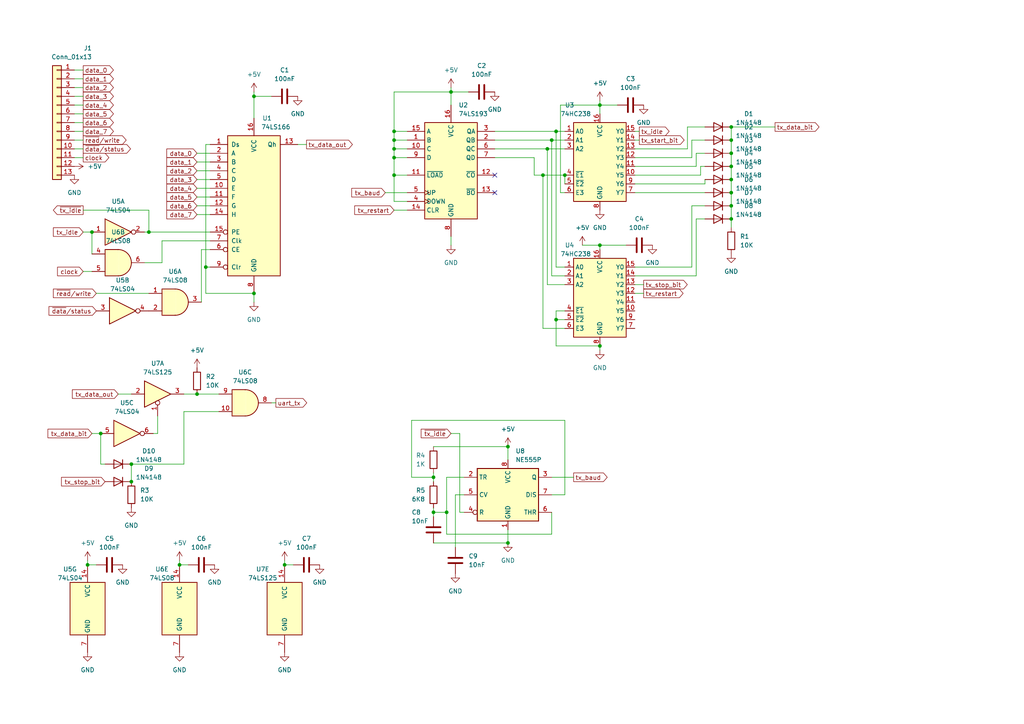
<source format=kicad_sch>
(kicad_sch (version 20230121) (generator eeschema)
  (paper "A4")
  (lib_symbols
    (symbol "74xx:74HC238"
      (property "Reference" "U" (at -7.62 13.97 0))
      (property "Value" "74HC238" (at 2.54 -11.43 0))
      (symbol "74HC238_0_1"
        (rectangle (start -7.62 12.7) (end 7.62 -10.16) (stroke (width 0.254)) (fill (type background)))
      )
      (symbol "74HC238_1_1"
        (pin input line (at -10.16 10.16 0) (length 2.54) (name "A0") (number "1"))
        (pin output line (at 10.16 -2.54 180) (length 2.54) (name "Y5") (number "10"))
        (pin output line (at 10.16 0 180) (length 2.54) (name "Y4") (number "11"))
        (pin output line (at 10.16 2.54 180) (length 2.54) (name "Y3") (number "12"))
        (pin output line (at 10.16 5.08 180) (length 2.54) (name "Y2") (number "13"))
        (pin output line (at 10.16 7.62 180) (length 2.54) (name "Y1") (number "14"))
        (pin output line (at 10.16 10.16 180) (length 2.54) (name "Y0") (number "15"))
        (pin power_in line (at 0 15.24 270) (length 2.54) (name "VCC") (number "16"))
        (pin input line (at -10.16 7.62 0) (length 2.54) (name "A1") (number "2"))
        (pin input line (at -10.16 5.08 0) (length 2.54) (name "A2") (number "3"))
        (pin input line (at -10.16 -2.54 0) (length 2.54) (name "~{E1}") (number "4"))
        (pin input line (at -10.16 -5.08 0) (length 2.54) (name "~{E2}") (number "5"))
        (pin input line (at -10.16 -7.62 0) (length 2.54) (name "E3") (number "6"))
        (pin output line (at 10.16 -7.62 180) (length 2.54) (name "Y7") (number "7"))
        (pin power_in line (at 0 -12.7 90) (length 2.54) (name "GND") (number "8"))
        (pin output line (at 10.16 -5.08 180) (length 2.54) (name "Y6") (number "9"))
      )
    )
    (symbol "74xx:74LS04"
      (property "Reference" "U" (at 0 1.27 0))
      (property "Value" "74LS04" (at 0 -1.27 0))
      (symbol "74LS04_1_0"
        (polyline (pts (xy -3.81 3.81) (xy -3.81 -3.81) (xy 3.81 0) (xy -3.81 3.81)) (stroke (width 0.254)) (fill (type background)))
        (pin input line (at -7.62 0 0) (length 3.81) (name "~") (number "1"))
        (pin output inverted (at 7.62 0 180) (length 3.81) (name "~") (number "2"))
      )
      (symbol "74LS04_2_0"
        (polyline (pts (xy -3.81 3.81) (xy -3.81 -3.81) (xy 3.81 0) (xy -3.81 3.81)) (stroke (width 0.254)) (fill (type background)))
        (pin input line (at -7.62 0 0) (length 3.81) (name "~") (number "3"))
        (pin output inverted (at 7.62 0 180) (length 3.81) (name "~") (number "4"))
      )
      (symbol "74LS04_3_0"
        (polyline (pts (xy -3.81 3.81) (xy -3.81 -3.81) (xy 3.81 0) (xy -3.81 3.81)) (stroke (width 0.254)) (fill (type background)))
        (pin input line (at -7.62 0 0) (length 3.81) (name "~") (number "5"))
        (pin output inverted (at 7.62 0 180) (length 3.81) (name "~") (number "6"))
      )
      (symbol "74LS04_4_0"
        (polyline (pts (xy -3.81 3.81) (xy -3.81 -3.81) (xy 3.81 0) (xy -3.81 3.81)) (stroke (width 0.254)) (fill (type background)))
        (pin output inverted (at 7.62 0 180) (length 3.81) (name "~") (number "8"))
        (pin input line (at -7.62 0 0) (length 3.81) (name "~") (number "9"))
      )
      (symbol "74LS04_5_0"
        (polyline (pts (xy -3.81 3.81) (xy -3.81 -3.81) (xy 3.81 0) (xy -3.81 3.81)) (stroke (width 0.254)) (fill (type background)))
        (pin output inverted (at 7.62 0 180) (length 3.81) (name "~") (number "10"))
        (pin input line (at -7.62 0 0) (length 3.81) (name "~") (number "11"))
      )
      (symbol "74LS04_6_0"
        (polyline (pts (xy -3.81 3.81) (xy -3.81 -3.81) (xy 3.81 0) (xy -3.81 3.81)) (stroke (width 0.254)) (fill (type background)))
        (pin output inverted (at 7.62 0 180) (length 3.81) (name "~") (number "12"))
        (pin input line (at -7.62 0 0) (length 3.81) (name "~") (number "13"))
      )
      (symbol "74LS04_7_0"
        (pin power_in line (at 0 12.7 270) (length 5.08) (name "VCC") (number "14"))
        (pin power_in line (at 0 -12.7 90) (length 5.08) (name "GND") (number "7"))
      )
      (symbol "74LS04_7_1"
        (rectangle (start -5.08 7.62) (end 5.08 -7.62) (stroke (width 0.254)) (fill (type background)))
      )
    )
    (symbol "74xx:74LS08" (pin_names (offset 1.016))
      (property "Reference" "U" (at 0 1.27 0))
      (property "Value" "74LS08" (at 0 -1.27 0))
      (symbol "74LS08_1_1"
        (arc (start 0 -3.81) (mid 3.7934 0) (end 0 3.81) (stroke (width 0.254)) (fill (type background)))
        (polyline (pts (xy 0 3.81) (xy -3.81 3.81) (xy -3.81 -3.81) (xy 0 -3.81)) (stroke (width 0.254)) (fill (type background)))
        (pin input line (at -7.62 2.54 0) (length 3.81) (name "~") (number "1"))
        (pin input line (at -7.62 -2.54 0) (length 3.81) (name "~") (number "2"))
        (pin output line (at 7.62 0 180) (length 3.81) (name "~") (number "3"))
      )
      (symbol "74LS08_1_2"
        (arc (start -3.81 -3.81) (mid -2.589 0) (end -3.81 3.81) (stroke (width 0.254)))
        (arc (start -0.6096 -3.81) (mid 2.1842 -2.5851) (end 3.81 0) (stroke (width 0.254)) (fill (type background)))
        (polyline (pts (xy -3.81 -3.81) (xy -0.635 -3.81)) (stroke (width 0.254)) (fill (type background)))
        (polyline (pts (xy -3.81 3.81) (xy -0.635 3.81)) (stroke (width 0.254)) (fill (type background)))
        (polyline (pts (xy -0.635 3.81) (xy -3.81 3.81) (xy -3.81 3.81) (xy -3.556 3.4036) (xy -3.0226 2.2606) (xy -2.6924 1.0414) (xy -2.6162 -0.254) (xy -2.7686 -1.4986) (xy -3.175 -2.7178) (xy -3.81 -3.81) (xy -3.81 -3.81) (xy -0.635 -3.81)) (stroke (width -25.4)) (fill (type background)))
        (arc (start 3.81 0) (mid 2.1915 2.5936) (end -0.6096 3.81) (stroke (width 0.254)) (fill (type background)))
        (pin input inverted (at -7.62 2.54 0) (length 4.318) (name "~") (number "1"))
        (pin input inverted (at -7.62 -2.54 0) (length 4.318) (name "~") (number "2"))
        (pin output inverted (at 7.62 0 180) (length 3.81) (name "~") (number "3"))
      )
      (symbol "74LS08_2_1"
        (arc (start 0 -3.81) (mid 3.7934 0) (end 0 3.81) (stroke (width 0.254)) (fill (type background)))
        (polyline (pts (xy 0 3.81) (xy -3.81 3.81) (xy -3.81 -3.81) (xy 0 -3.81)) (stroke (width 0.254)) (fill (type background)))
        (pin input line (at -7.62 2.54 0) (length 3.81) (name "~") (number "4"))
        (pin input line (at -7.62 -2.54 0) (length 3.81) (name "~") (number "5"))
        (pin output line (at 7.62 0 180) (length 3.81) (name "~") (number "6"))
      )
      (symbol "74LS08_2_2"
        (arc (start -3.81 -3.81) (mid -2.589 0) (end -3.81 3.81) (stroke (width 0.254)))
        (arc (start -0.6096 -3.81) (mid 2.1842 -2.5851) (end 3.81 0) (stroke (width 0.254)) (fill (type background)))
        (polyline (pts (xy -3.81 -3.81) (xy -0.635 -3.81)) (stroke (width 0.254)) (fill (type background)))
        (polyline (pts (xy -3.81 3.81) (xy -0.635 3.81)) (stroke (width 0.254)) (fill (type background)))
        (polyline (pts (xy -0.635 3.81) (xy -3.81 3.81) (xy -3.81 3.81) (xy -3.556 3.4036) (xy -3.0226 2.2606) (xy -2.6924 1.0414) (xy -2.6162 -0.254) (xy -2.7686 -1.4986) (xy -3.175 -2.7178) (xy -3.81 -3.81) (xy -3.81 -3.81) (xy -0.635 -3.81)) (stroke (width -25.4)) (fill (type background)))
        (arc (start 3.81 0) (mid 2.1915 2.5936) (end -0.6096 3.81) (stroke (width 0.254)) (fill (type background)))
        (pin input inverted (at -7.62 2.54 0) (length 4.318) (name "~") (number "4"))
        (pin input inverted (at -7.62 -2.54 0) (length 4.318) (name "~") (number "5"))
        (pin output inverted (at 7.62 0 180) (length 3.81) (name "~") (number "6"))
      )
      (symbol "74LS08_3_1"
        (arc (start 0 -3.81) (mid 3.7934 0) (end 0 3.81) (stroke (width 0.254)) (fill (type background)))
        (polyline (pts (xy 0 3.81) (xy -3.81 3.81) (xy -3.81 -3.81) (xy 0 -3.81)) (stroke (width 0.254)) (fill (type background)))
        (pin input line (at -7.62 -2.54 0) (length 3.81) (name "~") (number "10"))
        (pin output line (at 7.62 0 180) (length 3.81) (name "~") (number "8"))
        (pin input line (at -7.62 2.54 0) (length 3.81) (name "~") (number "9"))
      )
      (symbol "74LS08_3_2"
        (arc (start -3.81 -3.81) (mid -2.589 0) (end -3.81 3.81) (stroke (width 0.254)))
        (arc (start -0.6096 -3.81) (mid 2.1842 -2.5851) (end 3.81 0) (stroke (width 0.254)) (fill (type background)))
        (polyline (pts (xy -3.81 -3.81) (xy -0.635 -3.81)) (stroke (width 0.254)) (fill (type background)))
        (polyline (pts (xy -3.81 3.81) (xy -0.635 3.81)) (stroke (width 0.254)) (fill (type background)))
        (polyline (pts (xy -0.635 3.81) (xy -3.81 3.81) (xy -3.81 3.81) (xy -3.556 3.4036) (xy -3.0226 2.2606) (xy -2.6924 1.0414) (xy -2.6162 -0.254) (xy -2.7686 -1.4986) (xy -3.175 -2.7178) (xy -3.81 -3.81) (xy -3.81 -3.81) (xy -0.635 -3.81)) (stroke (width -25.4)) (fill (type background)))
        (arc (start 3.81 0) (mid 2.1915 2.5936) (end -0.6096 3.81) (stroke (width 0.254)) (fill (type background)))
        (pin input inverted (at -7.62 -2.54 0) (length 4.318) (name "~") (number "10"))
        (pin output inverted (at 7.62 0 180) (length 3.81) (name "~") (number "8"))
        (pin input inverted (at -7.62 2.54 0) (length 4.318) (name "~") (number "9"))
      )
      (symbol "74LS08_4_1"
        (arc (start 0 -3.81) (mid 3.7934 0) (end 0 3.81) (stroke (width 0.254)) (fill (type background)))
        (polyline (pts (xy 0 3.81) (xy -3.81 3.81) (xy -3.81 -3.81) (xy 0 -3.81)) (stroke (width 0.254)) (fill (type background)))
        (pin output line (at 7.62 0 180) (length 3.81) (name "~") (number "11"))
        (pin input line (at -7.62 2.54 0) (length 3.81) (name "~") (number "12"))
        (pin input line (at -7.62 -2.54 0) (length 3.81) (name "~") (number "13"))
      )
      (symbol "74LS08_4_2"
        (arc (start -3.81 -3.81) (mid -2.589 0) (end -3.81 3.81) (stroke (width 0.254)))
        (arc (start -0.6096 -3.81) (mid 2.1842 -2.5851) (end 3.81 0) (stroke (width 0.254)) (fill (type background)))
        (polyline (pts (xy -3.81 -3.81) (xy -0.635 -3.81)) (stroke (width 0.254)) (fill (type background)))
        (polyline (pts (xy -3.81 3.81) (xy -0.635 3.81)) (stroke (width 0.254)) (fill (type background)))
        (polyline (pts (xy -0.635 3.81) (xy -3.81 3.81) (xy -3.81 3.81) (xy -3.556 3.4036) (xy -3.0226 2.2606) (xy -2.6924 1.0414) (xy -2.6162 -0.254) (xy -2.7686 -1.4986) (xy -3.175 -2.7178) (xy -3.81 -3.81) (xy -3.81 -3.81) (xy -0.635 -3.81)) (stroke (width -25.4)) (fill (type background)))
        (arc (start 3.81 0) (mid 2.1915 2.5936) (end -0.6096 3.81) (stroke (width 0.254)) (fill (type background)))
        (pin output inverted (at 7.62 0 180) (length 3.81) (name "~") (number "11"))
        (pin input inverted (at -7.62 2.54 0) (length 4.318) (name "~") (number "12"))
        (pin input inverted (at -7.62 -2.54 0) (length 4.318) (name "~") (number "13"))
      )
      (symbol "74LS08_5_0"
        (pin power_in line (at 0 12.7 270) (length 5.08) (name "VCC") (number "14"))
        (pin power_in line (at 0 -12.7 90) (length 5.08) (name "GND") (number "7"))
      )
      (symbol "74LS08_5_1"
        (rectangle (start -5.08 7.62) (end 5.08 -7.62) (stroke (width 0.254)) (fill (type background)))
      )
    )
    (symbol "74xx:74LS125" (pin_names (offset 1.016))
      (property "Reference" "U" (at 0 1.27 0))
      (property "Value" "74LS125" (at 0 -1.27 0))
      (symbol "74LS125_1_0"
        (polyline (pts (xy -3.81 3.81) (xy -3.81 -3.81) (xy 3.81 0) (xy -3.81 3.81)) (stroke (width 0.254)) (fill (type background)))
        (pin input inverted (at 0 -6.35 90) (length 4.445) (name "~") (number "1"))
        (pin input line (at -7.62 0 0) (length 3.81) (name "~") (number "2"))
        (pin tri_state line (at 7.62 0 180) (length 3.81) (name "~") (number "3"))
      )
      (symbol "74LS125_2_0"
        (polyline (pts (xy -3.81 3.81) (xy -3.81 -3.81) (xy 3.81 0) (xy -3.81 3.81)) (stroke (width 0.254)) (fill (type background)))
        (pin input inverted (at 0 -6.35 90) (length 4.445) (name "~") (number "4"))
        (pin input line (at -7.62 0 0) (length 3.81) (name "~") (number "5"))
        (pin tri_state line (at 7.62 0 180) (length 3.81) (name "~") (number "6"))
      )
      (symbol "74LS125_3_0"
        (polyline (pts (xy -3.81 3.81) (xy -3.81 -3.81) (xy 3.81 0) (xy -3.81 3.81)) (stroke (width 0.254)) (fill (type background)))
        (pin input inverted (at 0 -6.35 90) (length 4.445) (name "~") (number "10"))
        (pin tri_state line (at 7.62 0 180) (length 3.81) (name "~") (number "8"))
        (pin input line (at -7.62 0 0) (length 3.81) (name "~") (number "9"))
      )
      (symbol "74LS125_4_0"
        (polyline (pts (xy -3.81 3.81) (xy -3.81 -3.81) (xy 3.81 0) (xy -3.81 3.81)) (stroke (width 0.254)) (fill (type background)))
        (pin tri_state line (at 7.62 0 180) (length 3.81) (name "~") (number "11"))
        (pin input line (at -7.62 0 0) (length 3.81) (name "~") (number "12"))
        (pin input inverted (at 0 -6.35 90) (length 4.445) (name "~") (number "13"))
      )
      (symbol "74LS125_5_0"
        (pin power_in line (at 0 12.7 270) (length 5.08) (name "VCC") (number "14"))
        (pin power_in line (at 0 -12.7 90) (length 5.08) (name "GND") (number "7"))
      )
      (symbol "74LS125_5_1"
        (rectangle (start -5.08 7.62) (end 5.08 -7.62) (stroke (width 0.254)) (fill (type background)))
      )
    )
    (symbol "74xx:74LS166" (pin_names (offset 1.016))
      (property "Reference" "U" (at -7.62 21.59 0))
      (property "Value" "74LS166" (at -7.62 -21.59 0))
      (symbol "74LS166_1_0"
        (pin input line (at -12.7 17.78 0) (length 5.08) (name "Ds") (number "1"))
        (pin input line (at -12.7 5.08 0) (length 5.08) (name "E") (number "10"))
        (pin input line (at -12.7 2.54 0) (length 5.08) (name "F") (number "11"))
        (pin input line (at -12.7 0 0) (length 5.08) (name "G") (number "12"))
        (pin output line (at 12.7 17.78 180) (length 5.08) (name "Qh") (number "13"))
        (pin input line (at -12.7 -2.54 0) (length 5.08) (name "H") (number "14"))
        (pin input inverted (at -12.7 -7.62 0) (length 5.08) (name "PE") (number "15"))
        (pin power_in line (at 0 25.4 270) (length 5.08) (name "VCC") (number "16"))
        (pin input line (at -12.7 15.24 0) (length 5.08) (name "A") (number "2"))
        (pin input line (at -12.7 12.7 0) (length 5.08) (name "B") (number "3"))
        (pin input line (at -12.7 10.16 0) (length 5.08) (name "C") (number "4"))
        (pin input line (at -12.7 7.62 0) (length 5.08) (name "D") (number "5"))
        (pin input inverted (at -12.7 -12.7 0) (length 5.08) (name "CE") (number "6"))
        (pin input line (at -12.7 -10.16 0) (length 5.08) (name "Clk") (number "7"))
        (pin power_in line (at 0 -25.4 90) (length 5.08) (name "GND") (number "8"))
        (pin input inverted (at -12.7 -17.78 0) (length 5.08) (name "Clr") (number "9"))
      )
      (symbol "74LS166_1_1"
        (rectangle (start -7.62 20.32) (end 7.62 -20.32) (stroke (width 0.254)) (fill (type background)))
      )
    )
    (symbol "74xx:74LS193"
      (property "Reference" "U" (at -7.62 13.97 0))
      (property "Value" "74LS193" (at 5.08 13.97 0))
      (symbol "74LS193_1_0"
        (pin input line (at -12.7 7.62 0) (length 5.08) (name "B") (number "1"))
        (pin input line (at -12.7 5.08 0) (length 5.08) (name "C") (number "10"))
        (pin input line (at -12.7 -2.54 0) (length 5.08) (name "~{LOAD}") (number "11"))
        (pin output line (at 12.7 -2.54 180) (length 5.08) (name "~{CO}") (number "12"))
        (pin output line (at 12.7 -7.62 180) (length 5.08) (name "~{BO}") (number "13"))
        (pin input line (at -12.7 -12.7 0) (length 5.08) (name "CLR") (number "14"))
        (pin input line (at -12.7 10.16 0) (length 5.08) (name "A") (number "15"))
        (pin power_in line (at 0 17.78 270) (length 5.08) (name "VCC") (number "16"))
        (pin output line (at 12.7 7.62 180) (length 5.08) (name "QB") (number "2"))
        (pin output line (at 12.7 10.16 180) (length 5.08) (name "QA") (number "3"))
        (pin input clock (at -12.7 -10.16 0) (length 5.08) (name "DOWN") (number "4"))
        (pin input clock (at -12.7 -7.62 0) (length 5.08) (name "UP") (number "5"))
        (pin output line (at 12.7 5.08 180) (length 5.08) (name "QC") (number "6"))
        (pin output line (at 12.7 2.54 180) (length 5.08) (name "QD") (number "7"))
        (pin power_in line (at 0 -20.32 90) (length 5.08) (name "GND") (number "8"))
        (pin input line (at -12.7 2.54 0) (length 5.08) (name "D") (number "9"))
      )
      (symbol "74LS193_1_1"
        (rectangle (start -7.62 12.7) (end 7.62 -15.24) (stroke (width 0.254)) (fill (type background)))
      )
    )
    (symbol "Connector_Generic:Conn_01x13" (pin_names (offset 1.016) hide)
      (property "Reference" "J" (at 0 17.78 0))
      (property "Value" "Conn_01x13" (at 0 -17.78 0))
      (symbol "Conn_01x13_1_1"
        (rectangle (start -1.27 -15.113) (end 0 -15.367) (stroke (width 0.1524)))
        (rectangle (start -1.27 -12.573) (end 0 -12.827) (stroke (width 0.1524)))
        (rectangle (start -1.27 -10.033) (end 0 -10.287) (stroke (width 0.1524)))
        (rectangle (start -1.27 -7.493) (end 0 -7.747) (stroke (width 0.1524)))
        (rectangle (start -1.27 -4.953) (end 0 -5.207) (stroke (width 0.1524)))
        (rectangle (start -1.27 -2.413) (end 0 -2.667) (stroke (width 0.1524)))
        (rectangle (start -1.27 0.127) (end 0 -0.127) (stroke (width 0.1524)))
        (rectangle (start -1.27 2.667) (end 0 2.413) (stroke (width 0.1524)))
        (rectangle (start -1.27 5.207) (end 0 4.953) (stroke (width 0.1524)))
        (rectangle (start -1.27 7.747) (end 0 7.493) (stroke (width 0.1524)))
        (rectangle (start -1.27 10.287) (end 0 10.033) (stroke (width 0.1524)))
        (rectangle (start -1.27 12.827) (end 0 12.573) (stroke (width 0.1524)))
        (rectangle (start -1.27 15.367) (end 0 15.113) (stroke (width 0.1524)))
        (rectangle (start -1.27 16.51) (end 1.27 -16.51) (stroke (width 0.254)) (fill (type background)))
        (pin passive line (at -5.08 15.24 0) (length 3.81) (name "Pin_1") (number "1"))
        (pin passive line (at -5.08 -7.62 0) (length 3.81) (name "Pin_10") (number "10"))
        (pin passive line (at -5.08 -10.16 0) (length 3.81) (name "Pin_11") (number "11"))
        (pin passive line (at -5.08 -12.7 0) (length 3.81) (name "Pin_12") (number "12"))
        (pin passive line (at -5.08 -15.24 0) (length 3.81) (name "Pin_13") (number "13"))
        (pin passive line (at -5.08 12.7 0) (length 3.81) (name "Pin_2") (number "2"))
        (pin passive line (at -5.08 10.16 0) (length 3.81) (name "Pin_3") (number "3"))
        (pin passive line (at -5.08 7.62 0) (length 3.81) (name "Pin_4") (number "4"))
        (pin passive line (at -5.08 5.08 0) (length 3.81) (name "Pin_5") (number "5"))
        (pin passive line (at -5.08 2.54 0) (length 3.81) (name "Pin_6") (number "6"))
        (pin passive line (at -5.08 0 0) (length 3.81) (name "Pin_7") (number "7"))
        (pin passive line (at -5.08 -2.54 0) (length 3.81) (name "Pin_8") (number "8"))
        (pin passive line (at -5.08 -5.08 0) (length 3.81) (name "Pin_9") (number "9"))
      )
    )
    (symbol "Device:C" (pin_numbers hide) (pin_names (offset 0.254))
      (property "Reference" "C" (at 0.635 2.54 0))
      (property "Value" "C" (at 0.635 -2.54 0))
      (symbol "C_0_1"
        (polyline (pts (xy -2.032 -0.762) (xy 2.032 -0.762)) (stroke (width 0.508)))
        (polyline (pts (xy -2.032 0.762) (xy 2.032 0.762)) (stroke (width 0.508)))
      )
      (symbol "C_1_1"
        (pin passive line (at 0 3.81 270) (length 2.794) (name "~") (number "1"))
        (pin passive line (at 0 -3.81 90) (length 2.794) (name "~") (number "2"))
      )
    )
    (symbol "Device:R" (pin_numbers hide) (pin_names (offset 0))
      (property "Reference" "R" (at 2.032 0 90))
      (property "Value" "R" (at 0 0 90))
      (symbol "R_0_1"
        (rectangle (start -1.016 -2.54) (end 1.016 2.54) (stroke (width 0.254)))
      )
      (symbol "R_1_1"
        (pin passive line (at 0 3.81 270) (length 1.27) (name "~") (number "1"))
        (pin passive line (at 0 -3.81 90) (length 1.27) (name "~") (number "2"))
      )
    )
    (symbol "Diode:1N4148" (pin_numbers hide) (pin_names hide)
      (property "Reference" "D" (at 0 2.54 0))
      (property "Value" "1N4148" (at 0 -2.54 0))
      (symbol "1N4148_0_1"
        (polyline (pts (xy -1.27 1.27) (xy -1.27 -1.27)) (stroke (width 0.254)))
        (polyline (pts (xy 1.27 0) (xy -1.27 0)))
        (polyline (pts (xy 1.27 1.27) (xy 1.27 -1.27) (xy -1.27 0) (xy 1.27 1.27)) (stroke (width 0.254)))
      )
      (symbol "1N4148_1_1"
        (pin passive line (at -3.81 0 0) (length 2.54) (name "K") (number "1"))
        (pin passive line (at 3.81 0 180) (length 2.54) (name "A") (number "2"))
      )
    )
    (symbol "Timer:NE555P"
      (property "Reference" "U" (at -10.16 8.89 0))
      (property "Value" "NE555P" (at 2.54 8.89 0))
      (symbol "NE555P_0_0"
        (pin power_in line (at 0 -10.16 90) (length 2.54) (name "GND") (number "1"))
        (pin power_in line (at 0 10.16 270) (length 2.54) (name "VCC") (number "8"))
      )
      (symbol "NE555P_0_1"
        (rectangle (start -8.89 -7.62) (end 8.89 7.62) (stroke (width 0.254)) (fill (type background)))
        (rectangle (start -8.89 -7.62) (end 8.89 7.62) (stroke (width 0.254)) (fill (type background)))
      )
      (symbol "NE555P_1_1"
        (pin input line (at -12.7 5.08 0) (length 3.81) (name "TR") (number "2"))
        (pin output line (at 12.7 5.08 180) (length 3.81) (name "Q") (number "3"))
        (pin input inverted (at -12.7 -5.08 0) (length 3.81) (name "R") (number "4"))
        (pin input line (at -12.7 0 0) (length 3.81) (name "CV") (number "5"))
        (pin input line (at 12.7 -5.08 180) (length 3.81) (name "THR") (number "6"))
        (pin input line (at 12.7 0 180) (length 3.81) (name "DIS") (number "7"))
      )
    )
    (symbol "power:+5V" (power) (pin_names (offset 0))
      (property "Value" "+5V" (at 0 3.556 0))
      (symbol "+5V_0_1"
        (polyline (pts (xy -0.762 1.27) (xy 0 2.54)))
        (polyline (pts (xy 0 0) (xy 0 2.54)))
        (polyline (pts (xy 0 2.54) (xy 0.762 1.27)))
      )
      (symbol "+5V_1_1"
        (pin power_in line (at 0 0 90) (length 0) hide (name "+5V") (number "1"))
      )
    )
    (symbol "power:GND" (power) (pin_names (offset 0))
      (property "Value" "GND" (at 0 -3.81 0))
      (symbol "GND_0_1"
        (polyline (pts (xy 0 0) (xy 0 -1.27) (xy 1.27 -1.27) (xy 0 -2.54) (xy -1.27 -1.27) (xy 0 -1.27)))
      )
      (symbol "GND_1_1"
        (pin power_in line (at 0 0 270) (length 0) hide (name "GND") (number "1"))
      )
    )
  )
  (junction (at 163.83 50.8))
  (junction (at 212.09 55.88))
  (junction (at 212.09 36.83))
  (junction (at 52.07 163.83))
  (junction (at 212.09 40.64))
  (junction (at 147.32 157.48))
  (junction (at 38.1 134.62))
  (junction (at 212.09 52.07))
  (junction (at 173.99 71.12))
  (junction (at 160.02 40.64))
  (junction (at 158.75 43.18))
  (junction (at 212.09 59.69))
  (junction (at 212.09 44.45))
  (junction (at 212.09 48.26))
  (junction (at 173.99 30.48))
  (junction (at 43.18 67.31))
  (junction (at 73.66 27.94))
  (junction (at 114.3 40.64))
  (junction (at 114.3 43.18))
  (junction (at 147.32 129.54))
  (junction (at 26.67 67.31))
  (junction (at 25.4 163.83))
  (junction (at 59.69 77.47))
  (junction (at 161.29 92.71))
  (junction (at 114.3 50.8))
  (junction (at 130.81 26.67))
  (junction (at 29.21 125.73))
  (junction (at 38.1 139.7))
  (junction (at 82.55 163.83))
  (junction (at 161.29 38.1))
  (junction (at 125.73 138.43))
  (junction (at 114.3 45.72))
  (junction (at 157.48 50.8))
  (junction (at 173.99 100.33))
  (junction (at 129.54 148.59))
  (junction (at 73.66 85.09))
  (junction (at 125.73 148.59))
  (junction (at 114.3 38.1))
  (junction (at 57.15 114.3))
  (junction (at 212.09 63.5))
  (no_connect (at 143.51 50.8))
  (no_connect (at 143.51 55.88))
  (wire (pts (xy 114.3 45.72) (xy 118.11 45.72)))
  (wire (pts (xy 59.69 77.47) (xy 60.96 77.47)))
  (wire (pts (xy 24.13 60.96) (xy 43.18 60.96)))
  (wire (pts (xy 160.02 40.64) (xy 160.02 80.01)))
  (wire (pts (xy 53.34 114.3) (xy 57.15 114.3)))
  (wire (pts (xy 114.3 50.8) (xy 118.11 50.8)))
  (wire (pts (xy 114.3 26.67) (xy 130.81 26.67)))
  (wire (pts (xy 21.59 30.48) (xy 24.13 30.48)))
  (wire (pts (xy 21.59 35.56) (xy 24.13 35.56)))
  (wire (pts (xy 118.11 58.42) (xy 114.3 58.42)))
  (wire (pts (xy 199.39 43.18) (xy 199.39 36.83)))
  (wire (pts (xy 147.32 157.48) (xy 147.32 153.67)))
  (wire (pts (xy 26.67 67.31) (xy 26.67 73.66)))
  (wire (pts (xy 30.48 134.62) (xy 29.21 134.62)))
  (wire (pts (xy 59.69 41.91) (xy 59.69 77.47)))
  (wire (pts (xy 125.73 138.43) (xy 125.73 139.7)))
  (wire (pts (xy 184.15 80.01) (xy 201.93 80.01)))
  (wire (pts (xy 27.94 85.09) (xy 43.18 85.09)))
  (wire (pts (xy 132.08 143.51) (xy 134.62 143.51)))
  (wire (pts (xy 125.73 147.32) (xy 125.73 148.59)))
  (wire (pts (xy 163.83 55.88) (xy 162.56 55.88)))
  (wire (pts (xy 29.21 125.73) (xy 29.21 134.62)))
  (wire (pts (xy 53.34 134.62) (xy 38.1 134.62)))
  (wire (pts (xy 57.15 46.99) (xy 60.96 46.99)))
  (wire (pts (xy 163.83 121.92) (xy 119.38 121.92)))
  (wire (pts (xy 161.29 92.71) (xy 161.29 100.33)))
  (wire (pts (xy 57.15 44.45) (xy 60.96 44.45)))
  (wire (pts (xy 184.15 85.09) (xy 186.69 85.09)))
  (wire (pts (xy 114.3 38.1) (xy 118.11 38.1)))
  (wire (pts (xy 158.75 43.18) (xy 163.83 43.18)))
  (wire (pts (xy 43.18 67.31) (xy 60.96 67.31)))
  (wire (pts (xy 41.91 67.31) (xy 43.18 67.31)))
  (wire (pts (xy 201.93 48.26) (xy 201.93 44.45)))
  (wire (pts (xy 129.54 148.59) (xy 125.73 148.59)))
  (wire (pts (xy 21.59 38.1) (xy 24.13 38.1)))
  (wire (pts (xy 184.15 77.47) (xy 200.66 77.47)))
  (wire (pts (xy 21.59 45.72) (xy 24.13 45.72)))
  (wire (pts (xy 129.54 138.43) (xy 129.54 148.59)))
  (wire (pts (xy 86.36 41.91) (xy 88.9 41.91)))
  (wire (pts (xy 173.99 30.48) (xy 173.99 33.02)))
  (wire (pts (xy 25.4 162.56) (xy 25.4 163.83)))
  (wire (pts (xy 212.09 44.45) (xy 212.09 48.26)))
  (wire (pts (xy 24.13 67.31) (xy 26.67 67.31)))
  (wire (pts (xy 161.29 38.1) (xy 161.29 77.47)))
  (wire (pts (xy 60.96 41.91) (xy 59.69 41.91)))
  (wire (pts (xy 163.83 50.8) (xy 163.83 53.34)))
  (wire (pts (xy 143.51 43.18) (xy 158.75 43.18)))
  (wire (pts (xy 184.15 55.88) (xy 204.47 55.88)))
  (wire (pts (xy 184.15 48.26) (xy 201.93 48.26)))
  (wire (pts (xy 184.15 53.34) (xy 204.47 53.34)))
  (wire (pts (xy 134.62 138.43) (xy 129.54 138.43)))
  (wire (pts (xy 80.01 116.84) (xy 78.74 116.84)))
  (wire (pts (xy 25.4 163.83) (xy 27.94 163.83)))
  (wire (pts (xy 34.29 114.3) (xy 38.1 114.3)))
  (wire (pts (xy 73.66 87.63) (xy 73.66 85.09)))
  (wire (pts (xy 133.35 148.59) (xy 133.35 125.73)))
  (wire (pts (xy 46.99 69.85) (xy 46.99 76.2)))
  (wire (pts (xy 130.81 26.67) (xy 135.89 26.67)))
  (wire (pts (xy 132.08 158.75) (xy 132.08 143.51)))
  (wire (pts (xy 57.15 57.15) (xy 60.96 57.15)))
  (wire (pts (xy 163.83 77.47) (xy 161.29 77.47)))
  (wire (pts (xy 21.59 20.32) (xy 24.13 20.32)))
  (wire (pts (xy 57.15 52.07) (xy 60.96 52.07)))
  (wire (pts (xy 125.73 137.16) (xy 125.73 138.43)))
  (wire (pts (xy 179.07 30.48) (xy 173.99 30.48)))
  (wire (pts (xy 53.34 119.38) (xy 53.34 134.62)))
  (wire (pts (xy 203.2 50.8) (xy 203.2 48.26)))
  (wire (pts (xy 73.66 26.67) (xy 73.66 27.94)))
  (wire (pts (xy 162.56 55.88) (xy 162.56 30.48)))
  (wire (pts (xy 212.09 40.64) (xy 212.09 44.45)))
  (wire (pts (xy 21.59 22.86) (xy 24.13 22.86)))
  (wire (pts (xy 200.66 40.64) (xy 204.47 40.64)))
  (wire (pts (xy 114.3 43.18) (xy 118.11 43.18)))
  (wire (pts (xy 21.59 40.64) (xy 24.13 40.64)))
  (wire (pts (xy 44.45 125.73) (xy 45.72 125.73)))
  (wire (pts (xy 154.94 45.72) (xy 154.94 50.8)))
  (wire (pts (xy 161.29 38.1) (xy 163.83 38.1)))
  (wire (pts (xy 184.15 43.18) (xy 199.39 43.18)))
  (wire (pts (xy 160.02 143.51) (xy 163.83 143.51)))
  (wire (pts (xy 160.02 154.94) (xy 129.54 154.94)))
  (wire (pts (xy 199.39 36.83) (xy 204.47 36.83)))
  (wire (pts (xy 46.99 76.2) (xy 41.91 76.2)))
  (wire (pts (xy 163.83 82.55) (xy 158.75 82.55)))
  (wire (pts (xy 125.73 129.54) (xy 147.32 129.54)))
  (wire (pts (xy 73.66 27.94) (xy 73.66 34.29)))
  (wire (pts (xy 130.81 71.12) (xy 130.81 68.58)))
  (wire (pts (xy 133.35 125.73) (xy 130.81 125.73)))
  (wire (pts (xy 160.02 148.59) (xy 160.02 154.94)))
  (wire (pts (xy 114.3 40.64) (xy 114.3 38.1)))
  (wire (pts (xy 184.15 45.72) (xy 200.66 45.72)))
  (wire (pts (xy 162.56 30.48) (xy 173.99 30.48)))
  (wire (pts (xy 114.3 38.1) (xy 114.3 26.67)))
  (wire (pts (xy 26.67 125.73) (xy 29.21 125.73)))
  (wire (pts (xy 161.29 92.71) (xy 163.83 92.71)))
  (wire (pts (xy 201.93 63.5) (xy 204.47 63.5)))
  (wire (pts (xy 60.96 72.39) (xy 58.42 72.39)))
  (wire (pts (xy 173.99 71.12) (xy 173.99 72.39)))
  (wire (pts (xy 82.55 162.56) (xy 82.55 163.83)))
  (wire (pts (xy 143.51 38.1) (xy 161.29 38.1)))
  (wire (pts (xy 119.38 121.92) (xy 119.38 138.43)))
  (wire (pts (xy 143.51 45.72) (xy 154.94 45.72)))
  (wire (pts (xy 38.1 134.62) (xy 38.1 139.7)))
  (wire (pts (xy 43.18 60.96) (xy 43.18 67.31)))
  (wire (pts (xy 161.29 90.17) (xy 163.83 90.17)))
  (wire (pts (xy 57.15 54.61) (xy 60.96 54.61)))
  (wire (pts (xy 60.96 69.85) (xy 46.99 69.85)))
  (wire (pts (xy 57.15 59.69) (xy 60.96 59.69)))
  (wire (pts (xy 114.3 50.8) (xy 114.3 45.72)))
  (wire (pts (xy 45.72 125.73) (xy 45.72 120.65)))
  (wire (pts (xy 130.81 26.67) (xy 130.81 30.48)))
  (wire (pts (xy 204.47 53.34) (xy 204.47 52.07)))
  (wire (pts (xy 119.38 138.43) (xy 125.73 138.43)))
  (wire (pts (xy 184.15 50.8) (xy 203.2 50.8)))
  (wire (pts (xy 21.59 27.94) (xy 24.13 27.94)))
  (wire (pts (xy 82.55 163.83) (xy 85.09 163.83)))
  (wire (pts (xy 173.99 71.12) (xy 181.61 71.12)))
  (wire (pts (xy 73.66 27.94) (xy 78.74 27.94)))
  (wire (pts (xy 114.3 40.64) (xy 118.11 40.64)))
  (wire (pts (xy 163.83 143.51) (xy 163.83 121.92)))
  (wire (pts (xy 184.15 82.55) (xy 186.69 82.55)))
  (wire (pts (xy 125.73 157.48) (xy 147.32 157.48)))
  (wire (pts (xy 114.3 43.18) (xy 114.3 40.64)))
  (wire (pts (xy 200.66 77.47) (xy 200.66 59.69)))
  (wire (pts (xy 212.09 36.83) (xy 224.79 36.83)))
  (wire (pts (xy 21.59 43.18) (xy 24.13 43.18)))
  (wire (pts (xy 161.29 100.33) (xy 173.99 100.33)))
  (wire (pts (xy 24.13 78.74) (xy 26.67 78.74)))
  (wire (pts (xy 160.02 138.43) (xy 166.37 138.43)))
  (wire (pts (xy 134.62 148.59) (xy 133.35 148.59)))
  (wire (pts (xy 57.15 49.53) (xy 60.96 49.53)))
  (wire (pts (xy 21.59 33.02) (xy 24.13 33.02)))
  (wire (pts (xy 57.15 62.23) (xy 60.96 62.23)))
  (wire (pts (xy 59.69 85.09) (xy 73.66 85.09)))
  (wire (pts (xy 200.66 45.72) (xy 200.66 40.64)))
  (wire (pts (xy 163.83 95.25) (xy 157.48 95.25)))
  (wire (pts (xy 154.94 50.8) (xy 157.48 50.8)))
  (wire (pts (xy 157.48 50.8) (xy 163.83 50.8)))
  (wire (pts (xy 201.93 80.01) (xy 201.93 63.5)))
  (wire (pts (xy 158.75 82.55) (xy 158.75 43.18)))
  (wire (pts (xy 52.07 163.83) (xy 54.61 163.83)))
  (wire (pts (xy 114.3 45.72) (xy 114.3 43.18)))
  (wire (pts (xy 184.15 38.1) (xy 185.42 38.1)))
  (wire (pts (xy 200.66 59.69) (xy 204.47 59.69)))
  (wire (pts (xy 21.59 25.4) (xy 24.13 25.4)))
  (wire (pts (xy 147.32 129.54) (xy 147.32 133.35)))
  (wire (pts (xy 52.07 162.56) (xy 52.07 163.83)))
  (wire (pts (xy 157.48 95.25) (xy 157.48 50.8)))
  (wire (pts (xy 57.15 114.3) (xy 63.5 114.3)))
  (wire (pts (xy 212.09 52.07) (xy 212.09 55.88)))
  (wire (pts (xy 168.91 71.12) (xy 173.99 71.12)))
  (wire (pts (xy 163.83 80.01) (xy 160.02 80.01)))
  (wire (pts (xy 160.02 40.64) (xy 163.83 40.64)))
  (wire (pts (xy 125.73 148.59) (xy 125.73 149.86)))
  (wire (pts (xy 201.93 44.45) (xy 204.47 44.45)))
  (wire (pts (xy 161.29 90.17) (xy 161.29 92.71)))
  (wire (pts (xy 111.76 55.88) (xy 118.11 55.88)))
  (wire (pts (xy 203.2 48.26) (xy 204.47 48.26)))
  (wire (pts (xy 184.15 40.64) (xy 185.42 40.64)))
  (wire (pts (xy 114.3 58.42) (xy 114.3 50.8)))
  (wire (pts (xy 114.3 60.96) (xy 118.11 60.96)))
  (wire (pts (xy 59.69 77.47) (xy 59.69 85.09)))
  (wire (pts (xy 212.09 36.83) (xy 212.09 40.64)))
  (wire (pts (xy 58.42 72.39) (xy 58.42 87.63)))
  (wire (pts (xy 212.09 63.5) (xy 212.09 66.04)))
  (wire (pts (xy 173.99 101.6) (xy 173.99 100.33)))
  (wire (pts (xy 143.51 40.64) (xy 160.02 40.64)))
  (wire (pts (xy 173.99 29.21) (xy 173.99 30.48)))
  (wire (pts (xy 212.09 48.26) (xy 212.09 52.07)))
  (wire (pts (xy 212.09 59.69) (xy 212.09 63.5)))
  (wire (pts (xy 53.34 119.38) (xy 63.5 119.38)))
  (wire (pts (xy 129.54 154.94) (xy 129.54 148.59)))
  (wire (pts (xy 212.09 55.88) (xy 212.09 59.69)))
  (wire (pts (xy 130.81 25.4) (xy 130.81 26.67)))
  (global_label "uart_tx" (shape output) (at 80.01 116.84 0) (property "Intersheetrefs" "${INTERSHEET_REFS}" (effects hide)))
  (global_label "data_0" (shape output) (at 24.13 20.32 0) (property "Intersheetrefs" "${INTERSHEET_REFS}" (effects hide)))
  (global_label "tx_idle" (shape output) (at 185.42 38.1 0) (property "Intersheetrefs" "${INTERSHEET_REFS}" (effects hide)))
  (global_label "tx_data_bit" (shape output) (at 224.79 36.83 0) (property "Intersheetrefs" "${INTERSHEET_REFS}" (effects hide)))
  (global_label "tx_restart" (shape output) (at 186.69 85.09 0) (property "Intersheetrefs" "${INTERSHEET_REFS}" (effects hide)))
  (global_label "data_4" (shape input) (at 57.15 54.61 180) (property "Intersheetrefs" "${INTERSHEET_REFS}" (effects hide)))
  (global_label "tx_restart" (shape input) (at 114.3 60.96 180) (property "Intersheetrefs" "${INTERSHEET_REFS}" (effects hide)))
  (global_label "data_4" (shape output) (at 24.13 30.48 0) (property "Intersheetrefs" "${INTERSHEET_REFS}" (effects hide)))
  (global_label "data_6" (shape input) (at 57.15 59.69 180) (property "Intersheetrefs" "${INTERSHEET_REFS}" (effects hide)))
  (global_label "tx_data_out" (shape input) (at 34.29 114.3 180) (property "Intersheetrefs" "${INTERSHEET_REFS}" (effects hide)))
  (global_label "data_6" (shape output) (at 24.13 35.56 0) (property "Intersheetrefs" "${INTERSHEET_REFS}" (effects hide)))
  (global_label "tx_data_out" (shape output) (at 88.9 41.91 0) (property "Intersheetrefs" "${INTERSHEET_REFS}" (effects hide)))
  (global_label "~{data}{slash}status" (shape output) (at 24.13 43.18 0) (property "Intersheetrefs" "${INTERSHEET_REFS}" (effects hide)))
  (global_label "clock" (shape input) (at 24.13 78.74 180) (property "Intersheetrefs" "${INTERSHEET_REFS}" (effects hide)))
  (global_label "tx_start_bit" (shape output) (at 185.42 40.64 0) (property "Intersheetrefs" "${INTERSHEET_REFS}" (effects hide)))
  (global_label "tx_stop_bit" (shape output) (at 186.69 82.55 0) (property "Intersheetrefs" "${INTERSHEET_REFS}" (effects hide)))
  (global_label "data_5" (shape output) (at 24.13 33.02 0) (property "Intersheetrefs" "${INTERSHEET_REFS}" (effects hide)))
  (global_label "~{tx_idle}" (shape input) (at 130.81 125.73 180) (property "Intersheetrefs" "${INTERSHEET_REFS}" (effects hide)))
  (global_label "tx_stop_bit" (shape input) (at 30.48 139.7 180) (property "Intersheetrefs" "${INTERSHEET_REFS}" (effects hide)))
  (global_label "data_3" (shape output) (at 24.13 27.94 0) (property "Intersheetrefs" "${INTERSHEET_REFS}" (effects hide)))
  (global_label "~{data}{slash}status" (shape input) (at 27.94 90.17 180) (property "Intersheetrefs" "${INTERSHEET_REFS}" (effects hide)))
  (global_label "data_1" (shape output) (at 24.13 22.86 0) (property "Intersheetrefs" "${INTERSHEET_REFS}" (effects hide)))
  (global_label "clock" (shape output) (at 24.13 45.72 0) (property "Intersheetrefs" "${INTERSHEET_REFS}" (effects hide)))
  (global_label "data_2" (shape input) (at 57.15 49.53 180) (property "Intersheetrefs" "${INTERSHEET_REFS}" (effects hide)))
  (global_label "data_5" (shape input) (at 57.15 57.15 180) (property "Intersheetrefs" "${INTERSHEET_REFS}" (effects hide)))
  (global_label "data_7" (shape input) (at 57.15 62.23 180) (property "Intersheetrefs" "${INTERSHEET_REFS}" (effects hide)))
  (global_label "tx_idle" (shape input) (at 24.13 67.31 180) (property "Intersheetrefs" "${INTERSHEET_REFS}" (effects hide)))
  (global_label "data_1" (shape input) (at 57.15 46.99 180) (property "Intersheetrefs" "${INTERSHEET_REFS}" (effects hide)))
  (global_label "~{read}{slash}write" (shape input) (at 27.94 85.09 180) (property "Intersheetrefs" "${INTERSHEET_REFS}" (effects hide)))
  (global_label "tx_data_bit" (shape input) (at 26.67 125.73 180) (property "Intersheetrefs" "${INTERSHEET_REFS}" (effects hide)))
  (global_label "data_2" (shape output) (at 24.13 25.4 0) (property "Intersheetrefs" "${INTERSHEET_REFS}" (effects hide)))
  (global_label "data_3" (shape input) (at 57.15 52.07 180) (property "Intersheetrefs" "${INTERSHEET_REFS}" (effects hide)))
  (global_label "tx_baud" (shape input) (at 111.76 55.88 180) (property "Intersheetrefs" "${INTERSHEET_REFS}" (effects hide)))
  (global_label "~{tx_idle}" (shape output) (at 24.13 60.96 180) (property "Intersheetrefs" "${INTERSHEET_REFS}" (effects hide)))
  (global_label "~{read}{slash}write" (shape output) (at 24.13 40.64 0) (property "Intersheetrefs" "${INTERSHEET_REFS}" (effects hide)))
  (global_label "data_0" (shape input) (at 57.15 44.45 180) (property "Intersheetrefs" "${INTERSHEET_REFS}" (effects hide)))
  (global_label "data_7" (shape output) (at 24.13 38.1 0) (property "Intersheetrefs" "${INTERSHEET_REFS}" (effects hide)))
  (global_label "tx_baud" (shape output) (at 166.37 138.43 0) (property "Intersheetrefs" "${INTERSHEET_REFS}" (effects hide)))
  (symbol (lib_id "power:GND") (at 73.66 87.63 0) (unit 1)
    (property "Reference" "#PWR02" (effects hide))
    (property "Value" "GND" (at 73.66 92.71 0))
  )
  (symbol (lib_id "74xx:74LS08") (at 50.8 87.63 0) (unit 1)
    (property "Reference" "U6" (at 50.7917 78.74 0))
    (property "Value" "74LS08" (at 50.7917 81.28 0))
    (property "Datasheet" "http://www.ti.com/lit/gpn/sn74LS08" (effects hide))
  )
  (symbol (lib_id "Device:R") (at 212.09 69.85 0) (unit 1)
    (property "Reference" "R1" (at 214.63 68.58 0) (effects (justify left)))
    (property "Value" "10K" (at 214.63 71.12 0) (effects (justify left)))
  )
  (symbol (lib_id "Device:R") (at 125.73 143.51 0) (unit 1)
    (property "Reference" "R5" (at 120.65 142.24 0) (effects (justify left)))
    (property "Value" "6K8" (at 119.38 144.78 0) (effects (justify left)))
  )
  (symbol (lib_id "power:GND") (at 82.55 189.23 0) (unit 1)
    (property "Reference" "#PWR029" (effects hide))
    (property "Value" "GND" (at 82.55 194.31 0))
  )
  (symbol (lib_id "power:GND") (at 189.23 71.12 0) (unit 1)
    (property "Reference" "#PWR07" (effects hide))
    (property "Value" "GND" (at 189.23 76.2 0))
  )
  (symbol (lib_id "power:GND") (at 173.99 60.96 0) (unit 1)
    (property "Reference" "#PWR04" (effects hide))
    (property "Value" "GND" (at 173.99 66.04 0))
  )
  (symbol (lib_id "74xx:74LS125") (at 45.72 114.3 0) (unit 1)
    (property "Reference" "U7" (at 45.72 105.41 0))
    (property "Value" "74LS125" (at 45.72 107.95 0))
    (property "Datasheet" "http://www.ti.com/lit/gpn/sn74LS125" (effects hide))
  )
  (symbol (lib_id "Diode:1N4148") (at 208.28 55.88 180) (unit 1)
    (property "Reference" "D6" (at 217.17 52.07 0))
    (property "Value" "1N4148" (at 217.17 54.61 0))
    (property "Footprint" "Diode_THT:D_DO-35_SOD27_P7.62mm_Horizontal" (effects hide))
    (property "Datasheet" "https://assets.nexperia.com/documents/data-sheet/1N4148_1N4448.pdf" (effects hide))
    (property "Sim.Device" "D" (effects hide))
    (property "Sim.Pins" "1=K 2=A" (effects hide))
  )
  (symbol (lib_id "Diode:1N4148") (at 208.28 48.26 180) (unit 1)
    (property "Reference" "D4" (at 217.17 44.45 0))
    (property "Value" "1N4148" (at 217.17 46.99 0))
    (property "Footprint" "Diode_THT:D_DO-35_SOD27_P7.62mm_Horizontal" (effects hide))
    (property "Datasheet" "https://assets.nexperia.com/documents/data-sheet/1N4148_1N4448.pdf" (effects hide))
    (property "Sim.Device" "D" (effects hide))
    (property "Sim.Pins" "1=K 2=A" (effects hide))
  )
  (symbol (lib_id "Device:C") (at 132.08 162.56 0) (unit 1)
    (property "Reference" "C9" (at 135.89 161.29 0) (effects (justify left)))
    (property "Value" "10nF" (at 135.89 163.83 0) (effects (justify left)))
  )
  (symbol (lib_id "power:+5V") (at 73.66 26.67 0) (unit 1)
    (property "Reference" "#PWR012" (effects hide))
    (property "Value" "+5V" (at 73.66 21.59 0))
  )
  (symbol (lib_id "power:GND") (at 212.09 73.66 0) (unit 1)
    (property "Reference" "#PWR011" (effects hide))
    (property "Value" "GND" (at 212.09 78.74 0))
  )
  (symbol (lib_id "Device:C") (at 139.7 26.67 90) (unit 1)
    (property "Reference" "C2" (at 139.7 19.05 90))
    (property "Value" "100nF" (at 139.7 21.59 90))
  )
  (symbol (lib_id "power:GND") (at 132.08 166.37 0) (unit 1)
    (property "Reference" "#PWR026" (effects hide))
    (property "Value" "GND" (at 132.08 171.45 0))
  )
  (symbol (lib_id "Device:R") (at 125.73 133.35 0) (unit 1)
    (property "Reference" "R4" (at 120.65 132.08 0) (effects (justify left)))
    (property "Value" "1K" (at 120.65 134.62 0) (effects (justify left)))
  )
  (symbol (lib_id "power:+5V") (at 130.81 25.4 0) (unit 1)
    (property "Reference" "#PWR09" (effects hide))
    (property "Value" "+5V" (at 130.81 20.32 0))
  )
  (symbol (lib_id "Diode:1N4148") (at 208.28 52.07 180) (unit 1)
    (property "Reference" "D5" (at 217.17 48.26 0))
    (property "Value" "1N4148" (at 217.17 50.8 0))
    (property "Footprint" "Diode_THT:D_DO-35_SOD27_P7.62mm_Horizontal" (effects hide))
    (property "Datasheet" "https://assets.nexperia.com/documents/data-sheet/1N4148_1N4448.pdf" (effects hide))
    (property "Sim.Device" "D" (effects hide))
    (property "Sim.Pins" "1=K 2=A" (effects hide))
  )
  (symbol (lib_id "74xx:74LS08") (at 71.12 116.84 0) (unit 3)
    (property "Reference" "U6" (at 71.1117 107.95 0))
    (property "Value" "74LS08" (at 71.1117 110.49 0))
    (property "Datasheet" "http://www.ti.com/lit/gpn/sn74LS08" (effects hide))
  )
  (symbol (lib_id "Timer:NE555P") (at 147.32 143.51 0) (unit 1)
    (property "Reference" "U8" (at 149.5141 130.81 0) (effects (justify left)))
    (property "Value" "NE555P" (at 149.5141 133.35 0) (effects (justify left)))
    (property "Footprint" "Package_DIP:DIP-8_W7.62mm" (effects hide))
    (property "Datasheet" "http://www.ti.com/lit/ds/symlink/ne555.pdf" (effects hide))
  )
  (symbol (lib_id "power:GND") (at 35.56 163.83 0) (unit 1)
    (property "Reference" "#PWR021" (effects hide))
    (property "Value" "GND" (at 35.56 168.91 0))
  )
  (symbol (lib_id "74xx:74LS193") (at 130.81 48.26 0) (unit 1)
    (property "Reference" "U2" (at 133.0041 30.48 0) (effects (justify left)))
    (property "Value" "74LS193" (at 133.0041 33.02 0) (effects (justify left)))
    (property "Datasheet" "http://www.ti.com/lit/ds/symlink/sn74ls193.pdf" (effects hide))
  )
  (symbol (lib_id "power:GND") (at 86.36 27.94 0) (unit 1)
    (property "Reference" "#PWR013" (effects hide))
    (property "Value" "GND" (at 86.36 33.02 0))
  )
  (symbol (lib_id "power:GND") (at 62.23 163.83 0) (unit 1)
    (property "Reference" "#PWR019" (effects hide))
    (property "Value" "GND" (at 62.23 168.91 0))
  )
  (symbol (lib_id "Diode:1N4148") (at 208.28 44.45 180) (unit 1)
    (property "Reference" "D3" (at 217.17 40.64 0))
    (property "Value" "1N4148" (at 217.17 43.18 0))
    (property "Footprint" "Diode_THT:D_DO-35_SOD27_P7.62mm_Horizontal" (effects hide))
    (property "Datasheet" "https://assets.nexperia.com/documents/data-sheet/1N4148_1N4448.pdf" (effects hide))
    (property "Sim.Device" "D" (effects hide))
    (property "Sim.Pins" "1=K 2=A" (effects hide))
  )
  (symbol (lib_id "74xx:74LS08") (at 52.07 176.53 0) (unit 5)
    (property "Reference" "U6" (at 46.99 165.1 0))
    (property "Value" "74LS08" (at 46.99 167.64 0))
    (property "Datasheet" "http://www.ti.com/lit/gpn/sn74LS08" (effects hide))
  )
  (symbol (lib_id "power:GND") (at 25.4 189.23 0) (unit 1)
    (property "Reference" "#PWR023" (effects hide))
    (property "Value" "GND" (at 25.4 194.31 0))
  )
  (symbol (lib_id "Diode:1N4148") (at 34.29 134.62 180) (unit 1)
    (property "Reference" "D10" (at 43.18 130.81 0))
    (property "Value" "1N4148" (at 43.18 133.35 0))
    (property "Footprint" "Diode_THT:D_DO-35_SOD27_P7.62mm_Horizontal" (effects hide))
    (property "Datasheet" "https://assets.nexperia.com/documents/data-sheet/1N4148_1N4448.pdf" (effects hide))
    (property "Sim.Device" "D" (effects hide))
    (property "Sim.Pins" "1=K 2=A" (effects hide))
  )
  (symbol (lib_id "Diode:1N4148") (at 208.28 40.64 180) (unit 1)
    (property "Reference" "D2" (at 217.17 36.83 0))
    (property "Value" "1N4148" (at 217.17 39.37 0))
    (property "Footprint" "Diode_THT:D_DO-35_SOD27_P7.62mm_Horizontal" (effects hide))
    (property "Datasheet" "https://assets.nexperia.com/documents/data-sheet/1N4148_1N4448.pdf" (effects hide))
    (property "Sim.Device" "D" (effects hide))
    (property "Sim.Pins" "1=K 2=A" (effects hide))
  )
  (symbol (lib_id "Device:C") (at 31.75 163.83 90) (unit 1)
    (property "Reference" "C5" (at 31.75 156.21 90))
    (property "Value" "100nF" (at 31.75 158.75 90))
  )
  (symbol (lib_id "power:GND") (at 92.71 163.83 0) (unit 1)
    (property "Reference" "#PWR028" (effects hide))
    (property "Value" "GND" (at 92.71 168.91 0))
  )
  (symbol (lib_id "74xx:74HC238") (at 173.99 87.63 0) (unit 1)
    (property "Reference" "U4" (at 163.83 71.12 0) (effects (justify left)))
    (property "Value" "74HC238" (at 162.56 73.66 0) (effects (justify left)))
    (property "Datasheet" "https://www.ti.com/lit/ds/symlink/cd74hc238.pdf" (effects hide))
  )
  (symbol (lib_id "Device:R") (at 57.15 110.49 180) (unit 1)
    (property "Reference" "R2" (at 59.69 109.22 0) (effects (justify right)))
    (property "Value" "10K" (at 59.69 111.76 0) (effects (justify right)))
  )
  (symbol (lib_id "power:GND") (at 186.69 30.48 0) (unit 1)
    (property "Reference" "#PWR06" (effects hide))
    (property "Value" "GND" (at 186.69 35.56 0))
  )
  (symbol (lib_id "power:+5V") (at 147.32 129.54 0) (unit 1)
    (property "Reference" "#PWR024" (effects hide))
    (property "Value" "+5V" (at 147.32 124.46 0))
  )
  (symbol (lib_id "74xx:74LS04") (at 35.56 90.17 0) (unit 2)
    (property "Reference" "U5" (at 35.56 81.28 0))
    (property "Value" "74LS04" (at 35.56 83.82 0))
    (property "Datasheet" "http://www.ti.com/lit/gpn/sn74LS04" (effects hide))
  )
  (symbol (lib_id "power:GND") (at 143.51 26.67 0) (unit 1)
    (property "Reference" "#PWR010" (effects hide))
    (property "Value" "GND" (at 143.51 31.75 0))
  )
  (symbol (lib_id "power:+5V") (at 52.07 162.56 0) (unit 1)
    (property "Reference" "#PWR018" (effects hide))
    (property "Value" "+5V" (at 52.07 157.48 0))
  )
  (symbol (lib_id "Device:C") (at 185.42 71.12 90) (unit 1)
    (property "Reference" "C4" (at 185.42 63.5 90))
    (property "Value" "100nF" (at 185.42 66.04 90))
  )
  (symbol (lib_id "Diode:1N4148") (at 34.29 139.7 180) (unit 1)
    (property "Reference" "D9" (at 43.18 135.89 0))
    (property "Value" "1N4148" (at 43.18 138.43 0))
    (property "Footprint" "Diode_THT:D_DO-35_SOD27_P7.62mm_Horizontal" (effects hide))
    (property "Datasheet" "https://assets.nexperia.com/documents/data-sheet/1N4148_1N4448.pdf" (effects hide))
    (property "Sim.Device" "D" (effects hide))
    (property "Sim.Pins" "1=K 2=A" (effects hide))
  )
  (symbol (lib_id "power:GND") (at 21.59 50.8 0) (unit 1)
    (property "Reference" "#PWR014" (effects hide))
    (property "Value" "GND" (at 21.59 55.88 0))
  )
  (symbol (lib_id "Device:C") (at 88.9 163.83 90) (unit 1)
    (property "Reference" "C7" (at 88.9 156.21 90))
    (property "Value" "100nF" (at 88.9 158.75 90))
  )
  (symbol (lib_id "Device:C") (at 82.55 27.94 90) (unit 1)
    (property "Reference" "C1" (at 82.55 20.32 90))
    (property "Value" "100nF" (at 82.55 22.86 90))
  )
  (symbol (lib_id "power:GND") (at 130.81 71.12 0) (unit 1)
    (property "Reference" "#PWR03" (effects hide))
    (property "Value" "GND" (at 130.81 76.2 0))
  )
  (symbol (lib_id "Diode:1N4148") (at 208.28 59.69 180) (unit 1)
    (property "Reference" "D7" (at 217.17 55.88 0))
    (property "Value" "1N4148" (at 217.17 58.42 0))
    (property "Footprint" "Diode_THT:D_DO-35_SOD27_P7.62mm_Horizontal" (effects hide))
    (property "Datasheet" "https://assets.nexperia.com/documents/data-sheet/1N4148_1N4448.pdf" (effects hide))
    (property "Sim.Device" "D" (effects hide))
    (property "Sim.Pins" "1=K 2=A" (effects hide))
  )
  (symbol (lib_id "Device:C") (at 58.42 163.83 90) (unit 1)
    (property "Reference" "C6" (at 58.42 156.21 90))
    (property "Value" "100nF" (at 58.42 158.75 90))
  )
  (symbol (lib_id "Connector_Generic:Conn_01x13") (at 16.51 35.56 0) (mirror y) (unit 1)
    (property "Reference" "J1" (at 26.67 13.97 0) (effects (justify left)))
    (property "Value" "Conn_01x13" (at 26.67 16.51 0) (effects (justify left)))
  )
  (symbol (lib_id "power:GND") (at 38.1 147.32 0) (unit 1)
    (property "Reference" "#PWR017" (effects hide))
    (property "Value" "GND" (at 38.1 152.4 0))
  )
  (symbol (lib_id "Diode:1N4148") (at 208.28 36.83 180) (unit 1)
    (property "Reference" "D1" (at 217.17 33.02 0))
    (property "Value" "1N4148" (at 217.17 35.56 0))
    (property "Footprint" "Diode_THT:D_DO-35_SOD27_P7.62mm_Horizontal" (effects hide))
    (property "Datasheet" "https://assets.nexperia.com/documents/data-sheet/1N4148_1N4448.pdf" (effects hide))
    (property "Sim.Device" "D" (effects hide))
    (property "Sim.Pins" "1=K 2=A" (effects hide))
  )
  (symbol (lib_id "Device:C") (at 182.88 30.48 90) (unit 1)
    (property "Reference" "C3" (at 182.88 22.86 90))
    (property "Value" "100nF" (at 182.88 25.4 90))
  )
  (symbol (lib_id "Device:C") (at 125.73 153.67 0) (unit 1)
    (property "Reference" "C8" (at 119.38 148.59 0) (effects (justify left)))
    (property "Value" "10nF" (at 119.38 151.13 0) (effects (justify left)))
  )
  (symbol (lib_id "power:GND") (at 147.32 157.48 0) (unit 1)
    (property "Reference" "#PWR025" (effects hide))
    (property "Value" "GND" (at 147.32 162.56 0))
  )
  (symbol (lib_id "74xx:74LS08") (at 34.29 76.2 0) (unit 2)
    (property "Reference" "U6" (at 34.2817 67.31 0))
    (property "Value" "74LS08" (at 34.2817 69.85 0))
    (property "Datasheet" "http://www.ti.com/lit/gpn/sn74LS08" (effects hide))
  )
  (symbol (lib_id "Device:R") (at 38.1 143.51 180) (unit 1)
    (property "Reference" "R3" (at 40.64 142.24 0) (effects (justify right)))
    (property "Value" "10K" (at 40.64 144.78 0) (effects (justify right)))
  )
  (symbol (lib_id "power:+5V") (at 173.99 29.21 0) (unit 1)
    (property "Reference" "#PWR01" (effects hide))
    (property "Value" "+5V" (at 173.99 24.13 0))
  )
  (symbol (lib_id "74xx:74LS04") (at 25.4 176.53 0) (unit 7)
    (property "Reference" "U5" (at 20.32 165.1 0))
    (property "Value" "74LS04" (at 20.32 167.64 0))
    (property "Datasheet" "http://www.ti.com/lit/gpn/sn74LS04" (effects hide))
  )
  (symbol (lib_id "74xx:74LS04") (at 34.29 67.31 0) (unit 1)
    (property "Reference" "U5" (at 34.29 58.42 0))
    (property "Value" "74LS04" (at 34.29 60.96 0))
    (property "Datasheet" "http://www.ti.com/lit/gpn/sn74LS04" (effects hide))
  )
  (symbol (lib_id "power:GND") (at 173.99 101.6 0) (unit 1)
    (property "Reference" "#PWR05" (effects hide))
    (property "Value" "GND" (at 173.99 106.68 0))
  )
  (symbol (lib_id "74xx:74LS166") (at 73.66 59.69 0) (unit 1)
    (property "Reference" "U1" (at 77.47 34.29 0))
    (property "Value" "74LS166" (at 80.01 36.83 0))
    (property "Datasheet" "http://www.ti.com/lit/gpn/sn74LS166" (effects hide))
  )
  (symbol (lib_id "power:+5V") (at 21.59 48.26 270) (unit 1)
    (property "Reference" "#PWR015" (effects hide))
    (property "Value" "+5V" (at 25.4 48.26 90) (effects (justify left)))
  )
  (symbol (lib_id "power:GND") (at 52.07 189.23 0) (unit 1)
    (property "Reference" "#PWR022" (effects hide))
    (property "Value" "GND" (at 52.07 194.31 0))
  )
  (symbol (lib_id "74xx:74LS04") (at 36.83 125.73 0) (unit 3)
    (property "Reference" "U5" (at 36.83 116.84 0))
    (property "Value" "74LS04" (at 36.83 119.38 0))
    (property "Datasheet" "http://www.ti.com/lit/gpn/sn74LS04" (effects hide))
  )
  (symbol (lib_id "Diode:1N4148") (at 208.28 63.5 180) (unit 1)
    (property "Reference" "D8" (at 217.17 59.69 0))
    (property "Value" "1N4148" (at 217.17 62.23 0))
    (property "Footprint" "Diode_THT:D_DO-35_SOD27_P7.62mm_Horizontal" (effects hide))
    (property "Datasheet" "https://assets.nexperia.com/documents/data-sheet/1N4148_1N4448.pdf" (effects hide))
    (property "Sim.Device" "D" (effects hide))
    (property "Sim.Pins" "1=K 2=A" (effects hide))
  )
  (symbol (lib_id "74xx:74LS125") (at 82.55 176.53 0) (unit 5)
    (property "Reference" "U7" (at 76.2 165.1 0))
    (property "Value" "74LS125" (at 76.2 167.64 0))
    (property "Datasheet" "http://www.ti.com/lit/gpn/sn74LS125" (effects hide))
  )
  (symbol (lib_id "power:+5V") (at 82.55 162.56 0) (unit 1)
    (property "Reference" "#PWR027" (effects hide))
    (property "Value" "+5V" (at 82.55 157.48 0))
  )
  (symbol (lib_id "power:+5V") (at 57.15 106.68 0) (unit 1)
    (property "Reference" "#PWR016" (effects hide))
    (property "Value" "+5V" (at 57.15 101.6 0))
  )
  (symbol (lib_id "74xx:74HC238") (at 173.99 48.26 0) (unit 1)
    (property "Reference" "U3" (at 163.83 30.48 0) (effects (justify left)))
    (property "Value" "74HC238" (at 162.56 33.02 0) (effects (justify left)))
    (property "Datasheet" "https://www.ti.com/lit/ds/symlink/cd74hc238.pdf" (effects hide))
  )
  (symbol (lib_id "power:+5V") (at 168.91 71.12 0) (unit 1)
    (property "Reference" "#PWR08" (effects hide))
    (property "Value" "+5V" (at 168.91 66.04 0))
  )
  (symbol (lib_id "power:+5V") (at 25.4 162.56 0) (unit 1)
    (property "Reference" "#PWR020" (effects hide))
    (property "Value" "+5V" (at 25.4 157.48 0))
  )
)
</source>
